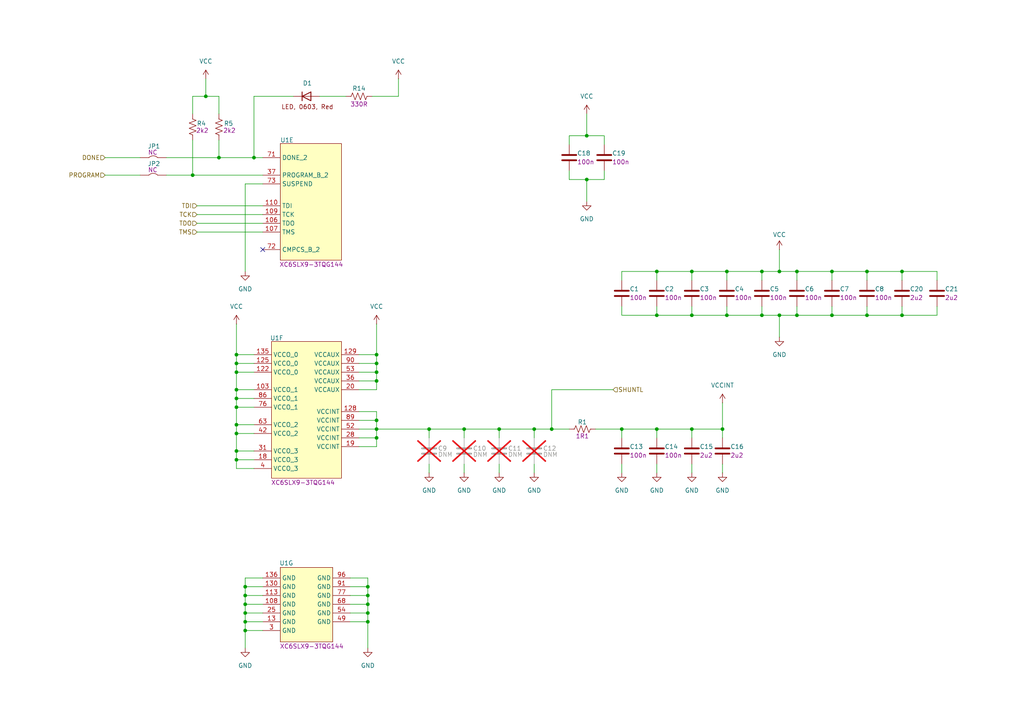
<source format=kicad_sch>
(kicad_sch (version 20231120) (generator "eeschema") (generator_version "8.0")
  (paper "A4")
  (junction (at 106.68 175.26))
  (junction (at 106.68 170.18))
  (junction (at 200.66 78.74))
  (junction (at 109.22 107.95))
  (junction (at 180.34 124.46))
  (junction (at 210.82 78.74))
  (junction (at 109.22 124.46))
  (junction (at 160.02 124.46))
  (junction (at 226.06 91.44))
  (junction (at 68.58 105.41))
  (junction (at 68.58 107.95))
  (junction (at 109.22 127))
  (junction (at 109.22 105.41))
  (junction (at 261.62 91.44))
  (junction (at 210.82 91.44))
  (junction (at 200.66 124.46))
  (junction (at 251.46 78.74))
  (junction (at 190.5 124.46))
  (junction (at 220.98 78.74))
  (junction (at 241.3 91.44))
  (junction (at 68.58 133.35))
  (junction (at 55.88 50.8))
  (junction (at 134.62 124.46))
  (junction (at 71.12 172.72))
  (junction (at 68.58 113.03))
  (junction (at 109.22 121.92))
  (junction (at 231.14 91.44))
  (junction (at 109.22 110.49))
  (junction (at 220.98 91.44))
  (junction (at 109.22 102.87))
  (junction (at 209.55 124.46))
  (junction (at 190.5 91.44))
  (junction (at 68.58 118.11))
  (junction (at 106.68 180.34))
  (junction (at 68.58 123.19))
  (junction (at 71.12 180.34))
  (junction (at 68.58 115.57))
  (junction (at 68.58 102.87))
  (junction (at 73.66 45.72))
  (junction (at 226.06 78.74))
  (junction (at 261.62 78.74))
  (junction (at 170.18 52.07))
  (junction (at 154.94 124.46))
  (junction (at 68.58 130.81))
  (junction (at 241.3 78.74))
  (junction (at 68.58 125.73))
  (junction (at 71.12 177.8))
  (junction (at 144.78 124.46))
  (junction (at 200.66 91.44))
  (junction (at 106.68 177.8))
  (junction (at 124.46 124.46))
  (junction (at 106.68 172.72))
  (junction (at 190.5 78.74))
  (junction (at 251.46 91.44))
  (junction (at 231.14 78.74))
  (junction (at 71.12 175.26))
  (junction (at 63.5 45.72))
  (junction (at 59.69 27.94))
  (junction (at 71.12 170.18))
  (junction (at 170.18 39.37))
  (junction (at 71.12 182.88))
  (no_connect (at 76.2 72.39))
  (wire (pts (xy 165.1 49.53) (xy 165.1 52.07)))
  (wire (pts (xy 55.88 40.64) (xy 55.88 50.8)))
  (wire (pts (xy 175.26 39.37) (xy 175.26 41.91)))
  (wire (pts (xy 101.6 172.72) (xy 106.68 172.72)))
  (wire (pts (xy 210.82 78.74) (xy 220.98 78.74)))
  (wire (pts (xy 68.58 118.11) (xy 68.58 123.19)))
  (wire (pts (xy 68.58 113.03) (xy 73.66 113.03)))
  (wire (pts (xy 92.71 27.94) (xy 100.33 27.94)))
  (wire (pts (xy 63.5 40.64) (xy 63.5 45.72)))
  (wire (pts (xy 71.12 180.34) (xy 76.2 180.34)))
  (wire (pts (xy 104.14 119.38) (xy 109.22 119.38)))
  (wire (pts (xy 109.22 124.46) (xy 109.22 127)))
  (wire (pts (xy 68.58 105.41) (xy 68.58 107.95)))
  (wire (pts (xy 251.46 78.74) (xy 261.62 78.74)))
  (wire (pts (xy 106.68 172.72) (xy 106.68 175.26)))
  (wire (pts (xy 68.58 130.81) (xy 73.66 130.81)))
  (wire (pts (xy 104.14 102.87) (xy 109.22 102.87)))
  (wire (pts (xy 71.12 172.72) (xy 76.2 172.72)))
  (wire (pts (xy 30.48 50.8) (xy 40.64 50.8)))
  (wire (pts (xy 200.66 124.46) (xy 209.55 124.46)))
  (wire (pts (xy 68.58 115.57) (xy 73.66 115.57)))
  (wire (pts (xy 57.15 62.23) (xy 76.2 62.23)))
  (wire (pts (xy 106.68 175.26) (xy 106.68 177.8)))
  (wire (pts (xy 241.3 91.44) (xy 251.46 91.44)))
  (wire (pts (xy 160.02 124.46) (xy 165.1 124.46)))
  (wire (pts (xy 231.14 78.74) (xy 231.14 81.28)))
  (wire (pts (xy 106.68 170.18) (xy 106.68 172.72)))
  (wire (pts (xy 109.22 119.38) (xy 109.22 121.92)))
  (wire (pts (xy 180.34 137.16) (xy 180.34 134.62)))
  (wire (pts (xy 226.06 78.74) (xy 231.14 78.74)))
  (wire (pts (xy 180.34 88.9) (xy 180.34 91.44)))
  (wire (pts (xy 68.58 105.41) (xy 73.66 105.41)))
  (wire (pts (xy 190.5 127) (xy 190.5 124.46)))
  (wire (pts (xy 104.14 113.03) (xy 109.22 113.03)))
  (wire (pts (xy 57.15 67.31) (xy 76.2 67.31)))
  (wire (pts (xy 134.62 134.62) (xy 134.62 137.16)))
  (wire (pts (xy 71.12 167.64) (xy 76.2 167.64)))
  (wire (pts (xy 175.26 49.53) (xy 175.26 52.07)))
  (wire (pts (xy 68.58 130.81) (xy 68.58 133.35)))
  (wire (pts (xy 71.12 170.18) (xy 76.2 170.18)))
  (wire (pts (xy 200.66 127) (xy 200.66 124.46)))
  (wire (pts (xy 68.58 133.35) (xy 73.66 133.35)))
  (wire (pts (xy 124.46 127) (xy 124.46 124.46)))
  (wire (pts (xy 226.06 72.39) (xy 226.06 78.74)))
  (wire (pts (xy 172.72 124.46) (xy 180.34 124.46)))
  (wire (pts (xy 200.66 78.74) (xy 200.66 81.28)))
  (wire (pts (xy 200.66 137.16) (xy 200.66 134.62)))
  (wire (pts (xy 109.22 121.92) (xy 109.22 124.46)))
  (wire (pts (xy 231.14 78.74) (xy 241.3 78.74)))
  (wire (pts (xy 109.22 93.98) (xy 109.22 102.87)))
  (wire (pts (xy 106.68 180.34) (xy 106.68 187.96)))
  (wire (pts (xy 220.98 78.74) (xy 220.98 81.28)))
  (wire (pts (xy 63.5 27.94) (xy 63.5 33.02)))
  (wire (pts (xy 101.6 177.8) (xy 106.68 177.8)))
  (wire (pts (xy 180.34 124.46) (xy 190.5 124.46)))
  (wire (pts (xy 241.3 78.74) (xy 251.46 78.74)))
  (wire (pts (xy 190.5 78.74) (xy 200.66 78.74)))
  (wire (pts (xy 30.48 45.72) (xy 40.64 45.72)))
  (wire (pts (xy 251.46 88.9) (xy 251.46 91.44)))
  (wire (pts (xy 241.3 78.74) (xy 241.3 81.28)))
  (wire (pts (xy 170.18 52.07) (xy 170.18 58.42)))
  (wire (pts (xy 154.94 127) (xy 154.94 124.46)))
  (wire (pts (xy 170.18 52.07) (xy 175.26 52.07)))
  (wire (pts (xy 190.5 88.9) (xy 190.5 91.44)))
  (wire (pts (xy 190.5 124.46) (xy 200.66 124.46)))
  (wire (pts (xy 190.5 137.16) (xy 190.5 134.62)))
  (wire (pts (xy 68.58 135.89) (xy 73.66 135.89)))
  (wire (pts (xy 209.55 116.84) (xy 209.55 124.46)))
  (wire (pts (xy 101.6 175.26) (xy 106.68 175.26)))
  (wire (pts (xy 104.14 124.46) (xy 109.22 124.46)))
  (wire (pts (xy 109.22 124.46) (xy 124.46 124.46)))
  (wire (pts (xy 71.12 180.34) (xy 71.12 182.88)))
  (wire (pts (xy 160.02 113.03) (xy 160.02 124.46)))
  (wire (pts (xy 101.6 180.34) (xy 106.68 180.34)))
  (wire (pts (xy 180.34 78.74) (xy 190.5 78.74)))
  (wire (pts (xy 190.5 91.44) (xy 200.66 91.44)))
  (wire (pts (xy 48.26 50.8) (xy 55.88 50.8)))
  (wire (pts (xy 271.78 78.74) (xy 271.78 81.28)))
  (wire (pts (xy 210.82 91.44) (xy 220.98 91.44)))
  (wire (pts (xy 71.12 175.26) (xy 71.12 177.8)))
  (wire (pts (xy 109.22 105.41) (xy 109.22 107.95)))
  (wire (pts (xy 231.14 88.9) (xy 231.14 91.44)))
  (wire (pts (xy 73.66 45.72) (xy 76.2 45.72)))
  (wire (pts (xy 261.62 88.9) (xy 261.62 91.44)))
  (wire (pts (xy 209.55 137.16) (xy 209.55 134.62)))
  (wire (pts (xy 226.06 91.44) (xy 231.14 91.44)))
  (wire (pts (xy 170.18 33.02) (xy 170.18 39.37)))
  (wire (pts (xy 68.58 123.19) (xy 68.58 125.73)))
  (wire (pts (xy 68.58 123.19) (xy 73.66 123.19)))
  (wire (pts (xy 200.66 78.74) (xy 210.82 78.74)))
  (wire (pts (xy 71.12 175.26) (xy 76.2 175.26)))
  (wire (pts (xy 55.88 50.8) (xy 76.2 50.8)))
  (wire (pts (xy 210.82 88.9) (xy 210.82 91.44)))
  (wire (pts (xy 231.14 91.44) (xy 241.3 91.44)))
  (wire (pts (xy 251.46 78.74) (xy 251.46 81.28)))
  (wire (pts (xy 154.94 134.62) (xy 154.94 137.16)))
  (wire (pts (xy 220.98 78.74) (xy 226.06 78.74)))
  (wire (pts (xy 134.62 127) (xy 134.62 124.46)))
  (wire (pts (xy 109.22 110.49) (xy 109.22 113.03)))
  (wire (pts (xy 104.14 105.41) (xy 109.22 105.41)))
  (wire (pts (xy 180.34 78.74) (xy 180.34 81.28)))
  (wire (pts (xy 251.46 91.44) (xy 261.62 91.44)))
  (wire (pts (xy 226.06 91.44) (xy 226.06 97.79)))
  (wire (pts (xy 68.58 125.73) (xy 73.66 125.73)))
  (wire (pts (xy 71.12 170.18) (xy 71.12 172.72)))
  (wire (pts (xy 68.58 133.35) (xy 68.58 135.89)))
  (wire (pts (xy 107.95 27.94) (xy 115.57 27.94)))
  (wire (pts (xy 101.6 170.18) (xy 106.68 170.18)))
  (wire (pts (xy 104.14 110.49) (xy 109.22 110.49)))
  (wire (pts (xy 109.22 107.95) (xy 109.22 110.49)))
  (wire (pts (xy 180.34 91.44) (xy 190.5 91.44)))
  (wire (pts (xy 109.22 127) (xy 109.22 129.54)))
  (wire (pts (xy 241.3 88.9) (xy 241.3 91.44)))
  (wire (pts (xy 220.98 88.9) (xy 220.98 91.44)))
  (wire (pts (xy 220.98 91.44) (xy 226.06 91.44)))
  (wire (pts (xy 71.12 53.34) (xy 71.12 78.74)))
  (wire (pts (xy 134.62 124.46) (xy 144.78 124.46)))
  (wire (pts (xy 165.1 39.37) (xy 165.1 41.91)))
  (wire (pts (xy 200.66 88.9) (xy 200.66 91.44)))
  (wire (pts (xy 71.12 177.8) (xy 71.12 180.34)))
  (wire (pts (xy 190.5 78.74) (xy 190.5 81.28)))
  (wire (pts (xy 71.12 177.8) (xy 76.2 177.8)))
  (wire (pts (xy 68.58 113.03) (xy 68.58 115.57)))
  (wire (pts (xy 124.46 134.62) (xy 124.46 137.16)))
  (wire (pts (xy 63.5 45.72) (xy 73.66 45.72)))
  (wire (pts (xy 104.14 129.54) (xy 109.22 129.54)))
  (wire (pts (xy 124.46 124.46) (xy 134.62 124.46)))
  (wire (pts (xy 68.58 102.87) (xy 68.58 105.41)))
  (wire (pts (xy 73.66 45.72) (xy 73.66 27.94)))
  (wire (pts (xy 261.62 78.74) (xy 271.78 78.74)))
  (wire (pts (xy 48.26 45.72) (xy 63.5 45.72)))
  (wire (pts (xy 68.58 107.95) (xy 68.58 113.03)))
  (wire (pts (xy 261.62 78.74) (xy 261.62 81.28)))
  (wire (pts (xy 68.58 125.73) (xy 68.58 130.81)))
  (wire (pts (xy 104.14 127) (xy 109.22 127)))
  (wire (pts (xy 104.14 121.92) (xy 109.22 121.92)))
  (wire (pts (xy 210.82 78.74) (xy 210.82 81.28)))
  (wire (pts (xy 144.78 134.62) (xy 144.78 137.16)))
  (wire (pts (xy 261.62 91.44) (xy 271.78 91.44)))
  (wire (pts (xy 76.2 53.34) (xy 71.12 53.34)))
  (wire (pts (xy 160.02 113.03) (xy 177.8 113.03)))
  (wire (pts (xy 144.78 127) (xy 144.78 124.46)))
  (wire (pts (xy 109.22 102.87) (xy 109.22 105.41)))
  (wire (pts (xy 68.58 118.11) (xy 73.66 118.11)))
  (wire (pts (xy 115.57 22.86) (xy 115.57 27.94)))
  (wire (pts (xy 154.94 124.46) (xy 160.02 124.46)))
  (wire (pts (xy 68.58 93.98) (xy 68.58 102.87)))
  (wire (pts (xy 165.1 52.07) (xy 170.18 52.07)))
  (wire (pts (xy 71.12 167.64) (xy 71.12 170.18)))
  (wire (pts (xy 104.14 107.95) (xy 109.22 107.95)))
  (wire (pts (xy 106.68 167.64) (xy 106.68 170.18)))
  (wire (pts (xy 271.78 88.9) (xy 271.78 91.44)))
  (wire (pts (xy 57.15 64.77) (xy 76.2 64.77)))
  (wire (pts (xy 71.12 182.88) (xy 71.12 187.96)))
  (wire (pts (xy 55.88 33.02) (xy 55.88 27.94)))
  (wire (pts (xy 73.66 27.94) (xy 85.09 27.94)))
  (wire (pts (xy 68.58 115.57) (xy 68.58 118.11)))
  (wire (pts (xy 68.58 102.87) (xy 73.66 102.87)))
  (wire (pts (xy 71.12 182.88) (xy 76.2 182.88)))
  (wire (pts (xy 170.18 39.37) (xy 175.26 39.37)))
  (wire (pts (xy 209.55 127) (xy 209.55 124.46)))
  (wire (pts (xy 59.69 22.86) (xy 59.69 27.94)))
  (wire (pts (xy 180.34 127) (xy 180.34 124.46)))
  (wire (pts (xy 101.6 167.64) (xy 106.68 167.64)))
  (wire (pts (xy 59.69 27.94) (xy 63.5 27.94)))
  (wire (pts (xy 144.78 124.46) (xy 154.94 124.46)))
  (wire (pts (xy 200.66 91.44) (xy 210.82 91.44)))
  (wire (pts (xy 57.15 59.69) (xy 76.2 59.69)))
  (wire (pts (xy 68.58 107.95) (xy 73.66 107.95)))
  (wire (pts (xy 71.12 172.72) (xy 71.12 175.26)))
  (wire (pts (xy 165.1 39.37) (xy 170.18 39.37)))
  (wire (pts (xy 106.68 177.8) (xy 106.68 180.34)))
  (wire (pts (xy 55.88 27.94) (xy 59.69 27.94)))
  (hierarchical_label "SHUNTL" (shape input) (at 177.8 113.03 0))
  (hierarchical_label "TDO" (shape input) (at 57.15 64.77 180))
  (hierarchical_label "TCK" (shape input) (at 57.15 62.23 180))
  (hierarchical_label "DONE" (shape input) (at 30.48 45.72 180))
  (hierarchical_label "TMS" (shape input) (at 57.15 67.31 180))
  (hierarchical_label "TDI" (shape input) (at 57.15 59.69 180))
  (hierarchical_label "PROGRAM" (shape input) (at 30.48 50.8 180))
  (symbol (lib_id "nae_caps:CAP_100n_6.3V_0603") (at 220.98 85.09 270) (unit 1)
    (property "Reference" "C5" (at 223.266 83.82 90) (effects (justify left)))
    (property "Value" "CAP_100n_6.3V_0603" (effects (hide yes)))
    (property "Footprint" "Capacitor_SMD:C_0603_1608Metric" (effects (hide yes)))
    (property "Datasheet" "https://www.yageo.com/upload/media/product/productsearch/datasheet/mlcc/UPY-GPHC_X7R_6.3V-to-250V_24.pdf" (effects (hide yes)))
    (property "Description" "CAP CER 0.1UF 6.3V X7R 0603" (effects (hide yes)))
    (property "Display Value" "100n" (at 223.266 86.36 90) (effects (justify left)))
    (property "Manufacturer" "YAGEO" (effects (hide yes)))
    (property "Manufacturer Part Number" "CC0603KRX7R5BB104" (effects (hide yes)))
    (property "Supplier 1" "DigiKey" (effects (hide yes)))
    (property "Supplier 1 Part Number" "13-CC0603KRX7R5BB104CT-ND" (effects (hide yes)))
    (property "Supplier 2" "no_data" (effects (hide yes)))
    (property "Supplier 2 Part Number" "no_data" (effects (hide yes)))
  )
  (symbol (lib_id "Integrated_Circuits:XC6SLX9-3TQG144") (at 81.28 45.72 0) (unit 5)
    (property "Reference" "U1" (at 81.28 40.64 0) (effects (justify left)))
    (property "Value" "XC6SLX9-3TQG144" (effects (hide yes)))
    (property "Footprint" "Package_QFP:TQFP-144_20x20mm_P0.5mm" (effects (hide yes)))
    (property "Datasheet" "https://docs.amd.com/v/u/en-US/ds162" (effects (hide yes)))
    (property "Description" "IC FPGA 102 I/O 144TQFP" (effects (hide yes)))
    (property "Display Value" "XC6SLX9-3TQG144" (at 81.026 76.708 0) (effects (justify left)))
    (property "Manufacturer" "AMD" (effects (hide yes)))
    (property "Manufacturer Part Number" "XC6SLX9-3TQG144CXC6SLX9-3TQG144C" (effects (hide yes)))
    (property "Supplier 1" "DigiKey" (effects (hide yes)))
    (property "Supplier 1 Part Number" "122-1747-ND" (effects (hide yes)))
  )
  (symbol (lib_id "power:GND") (at 106.68 187.96 0) (unit 1)
    (property "Reference" "#PWR013" (effects (hide yes)))
    (property "Value" "GND" (at 106.68 193.04 0))
    (property "Description" "Power symbol creates a global label with name \"GND\" , ground" (effects (hide yes)))
  )
  (symbol (lib_id "0603_Yageo_Res:RES_2k2_0603") (at 55.88 36.83 90) (unit 1)
    (property "Reference" "R4" (at 58.42 35.814 90))
    (property "Value" "RES_2k2_0603" (effects (hide yes)))
    (property "Footprint" "Resistor_SMD:R_0603_1608Metric" (effects (hide yes)))
    (property "Datasheet" "https://www.yageo.com/upload/media/product/products/datasheet/rchip/PYu-RC_Group_51_RoHS_L_12.pdf" (effects (hide yes)))
    (property "Description" "RES 2.2K OHM 1% 1/10W 0603" (effects (hide yes)))
    (property "Display Value" "2k2" (at 58.674 37.846 90))
    (property "Manufacturer" "YAGEO" (effects (hide yes)))
    (property "Manufacturer Part Number" "RC0603FR-072K2L" (effects (hide yes)))
    (property "Supplier 1" "DigiKey" (effects (hide yes)))
    (property "Supplier 1 Part Number" "311-2.20KHRCT-ND" (effects (hide yes)))
    (property "Supplier 2" "no_data" (effects (hide yes)))
    (property "Supplier 2 Part Number" "no_data" (effects (hide yes)))
  )
  (symbol (lib_id "nae_caps:CAP_2u2_6.3V_0603") (at 261.62 85.09 270) (unit 1)
    (property "Reference" "C20" (at 263.906 83.82 90) (effects (justify left)))
    (property "Value" "CAP_2u2_6.3V_0603" (effects (hide yes)))
    (property "Footprint" "Capacitor_SMD:C_0603_1608Metric" (effects (hide yes)))
    (property "Datasheet" "https://www.yageo.com/upload/media/product/productsearch/datasheet/mlcc/UPY-GPHC_X7R_6.3V-to-250V_24.pdf" (effects (hide yes)))
    (property "Description" "CAP CER 2.2UF 6.3V X7R 0603" (effects (hide yes)))
    (property "Display Value" "2u2" (at 263.906 86.36 90) (effects (justify left)))
    (property "Manufacturer" "YAGEO" (effects (hide yes)))
    (property "Manufacturer Part Number" "CC0603KRX7R5BB225" (effects (hide yes)))
    (property "Supplier 1" "DigiKey" (effects (hide yes)))
    (property "Supplier 1 Part Number" "311-1795-1-ND" (effects (hide yes)))
    (property "Supplier 2" "no_data" (effects (hide yes)))
    (property "Supplier 2 Part Number" "no_data" (effects (hide yes)))
  )
  (symbol (lib_id "nae_caps:CAP_DNM_0603") (at 144.78 130.81 90) (unit 1) (dnp yes)
    (property "Reference" "C11" (at 147.32 130.048 90) (effects (justify right)))
    (property "Value" "DNM_CAP_0603" (effects (hide yes)))
    (property "Footprint" "Capacitor_SMD:C_0603_1608Metric" (effects (hide yes)))
    (property "Datasheet" "https://content.kemet.com/datasheets/KEM_C1006_X5R_SMD.pdf" (effects (hide yes)))
    (property "Description" "Non mounted 0603_1608 ceramic capacitor" (effects (hide yes)))
    (property "Display Value" "DNM" (at 147.32 131.826 90) (effects (justify right)))
    (property "Manufacturer" "KEMET" (effects (hide yes)))
    (property "Manufacturer Part Number" "C0603C225K4PAC7867" (effects (hide yes)))
    (property "Supplier 1" "DigiKey" (effects (hide yes)))
    (property "Supplier 1 Part Number" "399-C0603C225K4PAC7867CT-ND" (effects (hide yes)))
  )
  (symbol (lib_id "nae_caps:CAP_100n_6.3V_0603") (at 200.66 85.09 270) (unit 1)
    (property "Reference" "C3" (at 202.946 83.82 90) (effects (justify left)))
    (property "Value" "CAP_100n_6.3V_0603" (effects (hide yes)))
    (property "Footprint" "Capacitor_SMD:C_0603_1608Metric" (effects (hide yes)))
    (property "Datasheet" "https://www.yageo.com/upload/media/product/productsearch/datasheet/mlcc/UPY-GPHC_X7R_6.3V-to-250V_24.pdf" (effects (hide yes)))
    (property "Description" "CAP CER 0.1UF 6.3V X7R 0603" (effects (hide yes)))
    (property "Display Value" "100n" (at 202.946 86.36 90) (effects (justify left)))
    (property "Manufacturer" "YAGEO" (effects (hide yes)))
    (property "Manufacturer Part Number" "CC0603KRX7R5BB104" (effects (hide yes)))
    (property "Supplier 1" "DigiKey" (effects (hide yes)))
    (property "Supplier 1 Part Number" "13-CC0603KRX7R5BB104CT-ND" (effects (hide yes)))
    (property "Supplier 2" "no_data" (effects (hide yes)))
    (property "Supplier 2 Part Number" "no_data" (effects (hide yes)))
  )
  (symbol (lib_id "nae_caps:CAP_100n_6.3V_0603") (at 190.5 85.09 270) (unit 1)
    (property "Reference" "C2" (at 192.786 83.82 90) (effects (justify left)))
    (property "Value" "CAP_100n_6.3V_0603" (effects (hide yes)))
    (property "Footprint" "Capacitor_SMD:C_0603_1608Metric" (effects (hide yes)))
    (property "Datasheet" "https://www.yageo.com/upload/media/product/productsearch/datasheet/mlcc/UPY-GPHC_X7R_6.3V-to-250V_24.pdf" (effects (hide yes)))
    (property "Description" "CAP CER 0.1UF 6.3V X7R 0603" (effects (hide yes)))
    (property "Display Value" "100n" (at 192.786 86.36 90) (effects (justify left)))
    (property "Manufacturer" "YAGEO" (effects (hide yes)))
    (property "Manufacturer Part Number" "CC0603KRX7R5BB104" (effects (hide yes)))
    (property "Supplier 1" "DigiKey" (effects (hide yes)))
    (property "Supplier 1 Part Number" "13-CC0603KRX7R5BB104CT-ND" (effects (hide yes)))
    (property "Supplier 2" "no_data" (effects (hide yes)))
    (property "Supplier 2 Part Number" "no_data" (effects (hide yes)))
  )
  (symbol (lib_id "Integrated_Circuits:XC6SLX9-3TQG144") (at 88.9 167.64 0) (unit 7)
    (property "Reference" "U1" (at 83.058 163.322 0))
    (property "Value" "XC6SLX9-3TQG144" (effects (hide yes)))
    (property "Footprint" "Package_QFP:TQFP-144_20x20mm_P0.5mm" (effects (hide yes)))
    (property "Datasheet" "https://docs.amd.com/v/u/en-US/ds162" (effects (hide yes)))
    (property "Description" "IC FPGA 102 I/O 144TQFP" (effects (hide yes)))
    (property "Display Value" "XC6SLX9-3TQG144" (at 90.424 187.452 0))
    (property "Manufacturer" "AMD" (effects (hide yes)))
    (property "Manufacturer Part Number" "XC6SLX9-3TQG144CXC6SLX9-3TQG144C" (effects (hide yes)))
    (property "Supplier 1" "DigiKey" (effects (hide yes)))
    (property "Supplier 1 Part Number" "122-1747-ND" (effects (hide yes)))
  )
  (symbol (lib_id "NAE_Diodes:APT1608SRCPRV_Red") (at 88.9 27.94 0) (unit 1)
    (property "Reference" "D1" (at 89.154 24.13 0))
    (property "Value" "APT1608SRCPRV" (effects (hide yes)))
    (property "Footprint" "LED_SMD:LED_0603_1608Metric" (effects (hide yes)))
    (property "Datasheet" "https://www.kingbrightusa.com/images/catalog/SPEC/APT1608SRCPRV.pdf" (effects (hide yes)))
    (property "Description" "LED RED CLEAR CHIP SMD" (effects (hide yes)))
    (property "Display Value" "APT1608SRCPRV" (effects (hide yes)))
    (property "Manufacturer" "Kingbright" (effects (hide yes)))
    (property "Manufacturer Part Number" "APT1608SRCPRV" (effects (hide yes)))
    (property "Supplier 1" "DigiKey" (effects (hide yes)))
    (property "Supplier 1 Part Number" "754-1122-1-ND" (effects (hide yes)))
  )
  (symbol (lib_id "power:GND") (at 124.46 137.16 0) (unit 1)
    (property "Reference" "#PWR015" (effects (hide yes)))
    (property "Value" "GND" (at 124.46 142.24 0))
    (property "Description" "Power symbol creates a global label with name \"GND\" , ground" (effects (hide yes)))
  )
  (symbol (lib_id "power:VCC") (at 209.55 116.84 0) (unit 1)
    (property "Reference" "#PWR014" (effects (hide yes)))
    (property "Value" "VCCINT" (at 209.55 111.76 0))
    (property "Description" "Power symbol creates a global label with name \"VCC\"" (effects (hide yes)))
  )
  (symbol (lib_id "power:GND") (at 144.78 137.16 0) (unit 1)
    (property "Reference" "#PWR017" (effects (hide yes)))
    (property "Value" "GND" (at 144.78 142.24 0))
    (property "Description" "Power symbol creates a global label with name \"GND\" , ground" (effects (hide yes)))
  )
  (symbol (lib_id "power:GND") (at 200.66 137.16 0) (unit 1)
    (property "Reference" "#PWR021" (effects (hide yes)))
    (property "Value" "GND" (at 200.66 142.24 0))
    (property "Description" "Power symbol creates a global label with name \"GND\" , ground" (effects (hide yes)))
  )
  (symbol (lib_id "power:GND") (at 71.12 187.96 0) (unit 1)
    (property "Reference" "#PWR012" (effects (hide yes)))
    (property "Value" "GND" (at 71.12 193.04 0))
    (property "Description" "Power symbol creates a global label with name \"GND\" , ground" (effects (hide yes)))
  )
  (symbol (lib_id "power:GND") (at 209.55 137.16 0) (unit 1)
    (property "Reference" "#PWR022" (effects (hide yes)))
    (property "Value" "GND" (at 209.55 142.24 0))
    (property "Description" "Power symbol creates a global label with name \"GND\" , ground" (effects (hide yes)))
  )
  (symbol (lib_id "power:GND") (at 154.94 137.16 0) (unit 1)
    (property "Reference" "#PWR018" (effects (hide yes)))
    (property "Value" "GND" (at 154.94 142.24 0))
    (property "Description" "Power symbol creates a global label with name \"GND\" , ground" (effects (hide yes)))
  )
  (symbol (lib_id "Integrated_Circuits:XC6SLX9-3TQG144") (at 88.9 102.87 0) (unit 6)
    (property "Reference" "U1" (at 80.264 98.044 0))
    (property "Value" "XC6SLX9-3TQG144" (effects (hide yes)))
    (property "Footprint" "Package_QFP:TQFP-144_20x20mm_P0.5mm" (effects (hide yes)))
    (property "Datasheet" "https://docs.amd.com/v/u/en-US/ds162" (effects (hide yes)))
    (property "Description" "IC FPGA 102 I/O 144TQFP" (effects (hide yes)))
    (property "Display Value" "XC6SLX9-3TQG144" (at 87.884 139.954 0))
    (property "Manufacturer" "AMD" (effects (hide yes)))
    (property "Manufacturer Part Number" "XC6SLX9-3TQG144CXC6SLX9-3TQG144C" (effects (hide yes)))
    (property "Supplier 1" "DigiKey" (effects (hide yes)))
    (property "Supplier 1 Part Number" "122-1747-ND" (effects (hide yes)))
  )
  (symbol (lib_id "nae_caps:CAP_2u2_6.3V_0603") (at 271.78 85.09 270) (unit 1)
    (property "Reference" "C21" (at 274.066 83.82 90) (effects (justify left)))
    (property "Value" "CAP_2u2_6.3V_0603" (effects (hide yes)))
    (property "Footprint" "Capacitor_SMD:C_0603_1608Metric" (effects (hide yes)))
    (property "Datasheet" "https://www.yageo.com/upload/media/product/productsearch/datasheet/mlcc/UPY-GPHC_X7R_6.3V-to-250V_24.pdf" (effects (hide yes)))
    (property "Description" "CAP CER 2.2UF 6.3V X7R 0603" (effects (hide yes)))
    (property "Display Value" "2u2" (at 274.066 86.36 90) (effects (justify left)))
    (property "Manufacturer" "YAGEO" (effects (hide yes)))
    (property "Manufacturer Part Number" "CC0603KRX7R5BB225" (effects (hide yes)))
    (property "Supplier 1" "DigiKey" (effects (hide yes)))
    (property "Supplier 1 Part Number" "311-1795-1-ND" (effects (hide yes)))
    (property "Supplier 2" "no_data" (effects (hide yes)))
    (property "Supplier 2 Part Number" "no_data" (effects (hide yes)))
  )
  (symbol (lib_id "nae_caps:CAP_100n_6.3V_0603") (at 180.34 85.09 270) (unit 1)
    (property "Reference" "C1" (at 182.626 83.82 90) (effects (justify left)))
    (property "Value" "CAP_100n_6.3V_0603" (effects (hide yes)))
    (property "Footprint" "Capacitor_SMD:C_0603_1608Metric" (effects (hide yes)))
    (property "Datasheet" "https://www.yageo.com/upload/media/product/productsearch/datasheet/mlcc/UPY-GPHC_X7R_6.3V-to-250V_24.pdf" (effects (hide yes)))
    (property "Description" "CAP CER 0.1UF 6.3V X7R 0603" (effects (hide yes)))
    (property "Display Value" "100n" (at 182.626 86.36 90) (effects (justify left)))
    (property "Manufacturer" "YAGEO" (effects (hide yes)))
    (property "Manufacturer Part Number" "CC0603KRX7R5BB104" (effects (hide yes)))
    (property "Supplier 1" "DigiKey" (effects (hide yes)))
    (property "Supplier 1 Part Number" "13-CC0603KRX7R5BB104CT-ND" (effects (hide yes)))
    (property "Supplier 2" "no_data" (effects (hide yes)))
    (property "Supplier 2 Part Number" "no_data" (effects (hide yes)))
  )
  (symbol (lib_id "power:VCC") (at 170.18 33.02 0) (unit 1)
    (property "Reference" "#PWR025" (effects (hide yes)))
    (property "Value" "VCC" (at 170.18 27.94 0))
    (property "Description" "Power symbol creates a global label with name \"VCC\"" (effects (hide yes)))
  )
  (symbol (lib_id "power:GND") (at 134.62 137.16 0) (unit 1)
    (property "Reference" "#PWR016" (effects (hide yes)))
    (property "Value" "GND" (at 134.62 142.24 0))
    (property "Description" "Power symbol creates a global label with name \"GND\" , ground" (effects (hide yes)))
  )
  (symbol (lib_id "power:VCC") (at 115.57 22.86 0) (unit 1)
    (property "Reference" "#PWR09" (effects (hide yes)))
    (property "Value" "VCC" (at 115.57 17.78 0))
    (property "Description" "Power symbol creates a global label with name \"VCC\"" (effects (hide yes)))
  )
  (symbol (lib_id "power:GND") (at 180.34 137.16 0) (unit 1)
    (property "Reference" "#PWR019" (effects (hide yes)))
    (property "Value" "GND" (at 180.34 142.24 0))
    (property "Description" "Power symbol creates a global label with name \"GND\" , ground" (effects (hide yes)))
  )
  (symbol (lib_id "nae_caps:CAP_100n_6.3V_0603") (at 180.34 130.81 270) (unit 1)
    (property "Reference" "C13" (at 182.626 129.54 90) (effects (justify left)))
    (property "Value" "CAP_100n_6.3V_0603" (effects (hide yes)))
    (property "Footprint" "Capacitor_SMD:C_0603_1608Metric" (effects (hide yes)))
    (property "Datasheet" "https://www.yageo.com/upload/media/product/productsearch/datasheet/mlcc/UPY-GPHC_X7R_6.3V-to-250V_24.pdf" (effects (hide yes)))
    (property "Description" "CAP CER 0.1UF 6.3V X7R 0603" (effects (hide yes)))
    (property "Display Value" "100n" (at 182.626 132.08 90) (effects (justify left)))
    (property "Manufacturer" "YAGEO" (effects (hide yes)))
    (property "Manufacturer Part Number" "CC0603KRX7R5BB104" (effects (hide yes)))
    (property "Supplier 1" "DigiKey" (effects (hide yes)))
    (property "Supplier 1 Part Number" "13-CC0603KRX7R5BB104CT-ND" (effects (hide yes)))
    (property "Supplier 2" "no_data" (effects (hide yes)))
    (property "Supplier 2 Part Number" "no_data" (effects (hide yes)))
  )
  (symbol (lib_id "tutorial_2_library:Solder_Jumper_2_NC") (at 44.45 50.8 90) (mirror x) (unit 1)
    (property "Reference" "JP2" (at 46.482 47.498 90) (effects (justify left)))
    (property "Footprint" "Jumper:SolderJumper-2_P1.3mm_Bridged2Bar_Pad1.0x1.5mm" (effects (hide yes)))
    (property "Display Value" "NC" (at 45.72 49.276 90) (effects (justify left)))
  )
  (symbol (lib_id "nae_caps:CAP_100n_6.3V_0603") (at 210.82 85.09 270) (unit 1)
    (property "Reference" "C4" (at 213.106 83.82 90) (effects (justify left)))
    (property "Value" "CAP_100n_6.3V_0603" (effects (hide yes)))
    (property "Footprint" "Capacitor_SMD:C_0603_1608Metric" (effects (hide yes)))
    (property "Datasheet" "https://www.yageo.com/upload/media/product/productsearch/datasheet/mlcc/UPY-GPHC_X7R_6.3V-to-250V_24.pdf" (effects (hide yes)))
    (property "Description" "CAP CER 0.1UF 6.3V X7R 0603" (effects (hide yes)))
    (property "Display Value" "100n" (at 213.106 86.36 90) (effects (justify left)))
    (property "Manufacturer" "YAGEO" (effects (hide yes)))
    (property "Manufacturer Part Number" "CC0603KRX7R5BB104" (effects (hide yes)))
    (property "Supplier 1" "DigiKey" (effects (hide yes)))
    (property "Supplier 1 Part Number" "13-CC0603KRX7R5BB104CT-ND" (effects (hide yes)))
    (property "Supplier 2" "no_data" (effects (hide yes)))
    (property "Supplier 2 Part Number" "no_data" (effects (hide yes)))
  )
  (symbol (lib_id "power:VCC") (at 226.06 72.39 0) (unit 1)
    (property "Reference" "#PWR024" (effects (hide yes)))
    (property "Value" "VCC" (at 226.06 68.072 0))
    (property "Description" "Power symbol creates a global label with name \"VCC\"" (effects (hide yes)))
  )
  (symbol (lib_id "0603_Yageo_Res:RES_330R_0603") (at 104.14 27.94 0) (unit 1)
    (property "Reference" "R14" (at 104.14 25.654 0))
    (property "Value" "RES_330R_0603" (effects (hide yes)))
    (property "Footprint" "Resistor_SMD:R_0603_1608Metric" (effects (hide yes)))
    (property "Datasheet" "https://www.yageo.com/upload/media/product/products/datasheet/rchip/PYu-RC_Group_51_RoHS_L_12.pdf" (effects (hide yes)))
    (property "Description" "RES 330 OHM 1% 1/10W 0603" (effects (hide yes)))
    (property "Display Value" "330R" (at 104.14 30.226 0))
    (property "Manufacturer" "YAGEO" (effects (hide yes)))
    (property "Manufacturer Part Number" "RC0603FR-07330RL" (effects (hide yes)))
    (property "Supplier 1" "DigiKey" (effects (hide yes)))
    (property "Supplier 1 Part Number" "311-330HRCT-ND" (effects (hide yes)))
    (property "Supplier 2" "no_data" (effects (hide yes)))
    (property "Supplier 2 Part Number" "no_data" (effects (hide yes)))
  )
  (symbol (lib_id "nae_caps:CAP_100n_6.3V_0603") (at 165.1 45.72 270) (unit 1)
    (property "Reference" "C18" (at 167.386 44.45 90) (effects (justify left)))
    (property "Value" "CAP_100n_6.3V_0603" (effects (hide yes)))
    (property "Footprint" "Capacitor_SMD:C_0603_1608Metric" (effects (hide yes)))
    (property "Datasheet" "https://www.yageo.com/upload/media/product/productsearch/datasheet/mlcc/UPY-GPHC_X7R_6.3V-to-250V_24.pdf" (effects (hide yes)))
    (property "Description" "CAP CER 0.1UF 6.3V X7R 0603" (effects (hide yes)))
    (property "Display Value" "100n" (at 167.386 46.99 90) (effects (justify left)))
    (property "Manufacturer" "YAGEO" (effects (hide yes)))
    (property "Manufacturer Part Number" "CC0603KRX7R5BB104" (effects (hide yes)))
    (property "Supplier 1" "DigiKey" (effects (hide yes)))
    (property "Supplier 1 Part Number" "13-CC0603KRX7R5BB104CT-ND" (effects (hide yes)))
    (property "Supplier 2" "no_data" (effects (hide yes)))
    (property "Supplier 2 Part Number" "no_data" (effects (hide yes)))
  )
  (symbol (lib_id "nae_caps:CAP_DNM_0603") (at 154.94 130.81 90) (unit 1) (dnp yes)
    (property "Reference" "C12" (at 157.48 130.048 90) (effects (justify right)))
    (property "Value" "DNM_CAP_0603" (effects (hide yes)))
    (property "Footprint" "Capacitor_SMD:C_0603_1608Metric" (effects (hide yes)))
    (property "Datasheet" "https://content.kemet.com/datasheets/KEM_C1006_X5R_SMD.pdf" (effects (hide yes)))
    (property "Description" "Non mounted 0603_1608 ceramic capacitor" (effects (hide yes)))
    (property "Display Value" "DNM" (at 157.48 131.826 90) (effects (justify right)))
    (property "Manufacturer" "KEMET" (effects (hide yes)))
    (property "Manufacturer Part Number" "C0603C225K4PAC7867" (effects (hide yes)))
    (property "Supplier 1" "DigiKey" (effects (hide yes)))
    (property "Supplier 1 Part Number" "399-C0603C225K4PAC7867CT-ND" (effects (hide yes)))
  )
  (symbol (lib_id "0603_Yageo_Res:RES_1R1_0603") (at 168.91 124.46 0) (unit 1)
    (property "Reference" "R1" (at 168.91 122.428 0))
    (property "Value" "RES_1R1_0603" (effects (hide yes)))
    (property "Footprint" "Resistor_SMD:R_0603_1608Metric" (effects (hide yes)))
    (property "Datasheet" "https://www.yageo.com/upload/media/product/products/datasheet/rchip/PYu-RC_Group_51_RoHS_L_12.pdf" (effects (hide yes)))
    (property "Description" "RES 1.1 OHM 1% 1/10W 0603" (effects (hide yes)))
    (property "Display Value" "1R1" (at 168.91 126.492 0))
    (property "Manufacturer" "YAGEO" (effects (hide yes)))
    (property "Manufacturer Part Number" "RC0603FR-101R1L" (effects (hide yes)))
    (property "Supplier 1" "DigiKey" (effects (hide yes)))
    (property "Supplier 1 Part Number" "13-RC0603FR-101R1LCT-ND" (effects (hide yes)))
    (property "Supplier 2" "no_data" (effects (hide yes)))
    (property "Supplier 2 Part Number" "no_data" (effects (hide yes)))
  )
  (symbol (lib_id "nae_caps:CAP_100n_6.3V_0603") (at 251.46 85.09 270) (unit 1)
    (property "Reference" "C8" (at 253.746 83.82 90) (effects (justify left)))
    (property "Value" "CAP_100n_6.3V_0603" (effects (hide yes)))
    (property "Footprint" "Capacitor_SMD:C_0603_1608Metric" (effects (hide yes)))
    (property "Datasheet" "https://www.yageo.com/upload/media/product/productsearch/datasheet/mlcc/UPY-GPHC_X7R_6.3V-to-250V_24.pdf" (effects (hide yes)))
    (property "Description" "CAP CER 0.1UF 6.3V X7R 0603" (effects (hide yes)))
    (property "Display Value" "100n" (at 253.746 86.36 90) (effects (justify left)))
    (property "Manufacturer" "YAGEO" (effects (hide yes)))
    (property "Manufacturer Part Number" "CC0603KRX7R5BB104" (effects (hide yes)))
    (property "Supplier 1" "DigiKey" (effects (hide yes)))
    (property "Supplier 1 Part Number" "13-CC0603KRX7R5BB104CT-ND" (effects (hide yes)))
    (property "Supplier 2" "no_data" (effects (hide yes)))
    (property "Supplier 2 Part Number" "no_data" (effects (hide yes)))
  )
  (symbol (lib_id "nae_caps:CAP_100n_6.3V_0603") (at 231.14 85.09 270) (unit 1)
    (property "Reference" "C6" (at 233.426 83.82 90) (effects (justify left)))
    (property "Value" "CAP_100n_6.3V_0603" (effects (hide yes)))
    (property "Footprint" "Capacitor_SMD:C_0603_1608Metric" (effects (hide yes)))
    (property "Datasheet" "https://www.yageo.com/upload/media/product/productsearch/datasheet/mlcc/UPY-GPHC_X7R_6.3V-to-250V_24.pdf" (effects (hide yes)))
    (property "Description" "CAP CER 0.1UF 6.3V X7R 0603" (effects (hide yes)))
    (property "Display Value" "100n" (at 233.426 86.36 90) (effects (justify left)))
    (property "Manufacturer" "YAGEO" (effects (hide yes)))
    (property "Manufacturer Part Number" "CC0603KRX7R5BB104" (effects (hide yes)))
    (property "Supplier 1" "DigiKey" (effects (hide yes)))
    (property "Supplier 1 Part Number" "13-CC0603KRX7R5BB104CT-ND" (effects (hide yes)))
    (property "Supplier 2" "no_data" (effects (hide yes)))
    (property "Supplier 2 Part Number" "no_data" (effects (hide yes)))
  )
  (symbol (lib_id "tutorial_2_library:Solder_Jumper_2_NC") (at 44.45 45.72 90) (mirror x) (unit 1)
    (property "Reference" "JP1" (at 46.482 42.418 90) (effects (justify left)))
    (property "Footprint" "Jumper:SolderJumper-2_P1.3mm_Bridged2Bar_Pad1.0x1.5mm" (effects (hide yes)))
    (property "Display Value" "NC" (at 45.7201 44.196 90) (effects (justify left)))
  )
  (symbol (lib_id "nae_caps:CAP_2u2_6.3V_0603") (at 209.55 130.81 270) (unit 1)
    (property "Reference" "C16" (at 211.836 129.54 90) (effects (justify left)))
    (property "Value" "CAP_2u2_6.3V_0603" (effects (hide yes)))
    (property "Footprint" "Capacitor_SMD:C_0603_1608Metric" (effects (hide yes)))
    (property "Datasheet" "https://www.yageo.com/upload/media/product/productsearch/datasheet/mlcc/UPY-GPHC_X7R_6.3V-to-250V_24.pdf" (effects (hide yes)))
    (property "Description" "CAP CER 2.2UF 6.3V X7R 0603" (effects (hide yes)))
    (property "Display Value" "2u2" (at 211.836 132.08 90) (effects (justify left)))
    (property "Manufacturer" "YAGEO" (effects (hide yes)))
    (property "Manufacturer Part Number" "CC0603KRX7R5BB225" (effects (hide yes)))
    (property "Supplier 1" "DigiKey" (effects (hide yes)))
    (property "Supplier 1 Part Number" "311-1795-1-ND" (effects (hide yes)))
    (property "Supplier 2" "no_data" (effects (hide yes)))
    (property "Supplier 2 Part Number" "no_data" (effects (hide yes)))
  )
  (symbol (lib_id "power:VCC") (at 59.69 22.86 0) (unit 1)
    (property "Reference" "#PWR08" (effects (hide yes)))
    (property "Value" "VCC" (at 59.69 17.78 0))
    (property "Description" "Power symbol creates a global label with name \"VCC\"" (effects (hide yes)))
  )
  (symbol (lib_id "nae_caps:CAP_100n_6.3V_0603") (at 175.26 45.72 270) (unit 1)
    (property "Reference" "C19" (at 177.546 44.45 90) (effects (justify left)))
    (property "Value" "CAP_100n_6.3V_0603" (effects (hide yes)))
    (property "Footprint" "Capacitor_SMD:C_0603_1608Metric" (effects (hide yes)))
    (property "Datasheet" "https://www.yageo.com/upload/media/product/productsearch/datasheet/mlcc/UPY-GPHC_X7R_6.3V-to-250V_24.pdf" (effects (hide yes)))
    (property "Description" "CAP CER 0.1UF 6.3V X7R 0603" (effects (hide yes)))
    (property "Display Value" "100n" (at 177.546 46.99 90) (effects (justify left)))
    (property "Manufacturer" "YAGEO" (effects (hide yes)))
    (property "Manufacturer Part Number" "CC0603KRX7R5BB104" (effects (hide yes)))
    (property "Supplier 1" "DigiKey" (effects (hide yes)))
    (property "Supplier 1 Part Number" "13-CC0603KRX7R5BB104CT-ND" (effects (hide yes)))
    (property "Supplier 2" "no_data" (effects (hide yes)))
    (property "Supplier 2 Part Number" "no_data" (effects (hide yes)))
  )
  (symbol (lib_id "power:GND") (at 71.12 78.74 0) (unit 1)
    (property "Reference" "#PWR07" (effects (hide yes)))
    (property "Value" "GND" (at 71.12 83.82 0))
    (property "Description" "Power symbol creates a global label with name \"GND\" , ground" (effects (hide yes)))
  )
  (symbol (lib_id "power:GND") (at 170.18 58.42 0) (unit 1)
    (property "Reference" "#PWR026" (effects (hide yes)))
    (property "Value" "GND" (at 170.18 63.5 0))
    (property "Description" "Power symbol creates a global label with name \"GND\" , ground" (effects (hide yes)))
  )
  (symbol (lib_id "power:VCC") (at 68.58 93.98 0) (unit 1)
    (property "Reference" "#PWR010" (effects (hide yes)))
    (property "Value" "VCC" (at 68.58 88.9 0))
    (property "Description" "Power symbol creates a global label with name \"VCC\"" (effects (hide yes)))
  )
  (symbol (lib_id "nae_caps:CAP_DNM_0603") (at 124.46 130.81 90) (unit 1) (dnp yes)
    (property "Reference" "C9" (at 127 130.048 90) (effects (justify right)))
    (property "Value" "DNM_CAP_0603" (effects (hide yes)))
    (property "Footprint" "Capacitor_SMD:C_0603_1608Metric" (effects (hide yes)))
    (property "Datasheet" "https://content.kemet.com/datasheets/KEM_C1006_X5R_SMD.pdf" (effects (hide yes)))
    (property "Description" "Non mounted 0603_1608 ceramic capacitor" (effects (hide yes)))
    (property "Display Value" "DNM" (at 127 131.826 90) (effects (justify right)))
    (property "Manufacturer" "KEMET" (effects (hide yes)))
    (property "Manufacturer Part Number" "C0603C225K4PAC7867" (effects (hide yes)))
    (property "Supplier 1" "DigiKey" (effects (hide yes)))
    (property "Supplier 1 Part Number" "399-C0603C225K4PAC7867CT-ND" (effects (hide yes)))
  )
  (symbol (lib_id "nae_caps:CAP_DNM_0603") (at 134.62 130.81 90) (unit 1) (dnp yes)
    (property "Reference" "C10" (at 137.16 130.048 90) (effects (justify right)))
    (property "Value" "DNM_CAP_0603" (effects (hide yes)))
    (property "Footprint" "Capacitor_SMD:C_0603_1608Metric" (effects (hide yes)))
    (property "Datasheet" "https://content.kemet.com/datasheets/KEM_C1006_X5R_SMD.pdf" (effects (hide yes)))
    (property "Description" "Non mounted 0603_1608 ceramic capacitor" (effects (hide yes)))
    (property "Display Value" "DNM" (at 137.16 131.826 90) (effects (justify right)))
    (property "Manufacturer" "KEMET" (effects (hide yes)))
    (property "Manufacturer Part Number" "C0603C225K4PAC7867" (effects (hide yes)))
    (property "Supplier 1" "DigiKey" (effects (hide yes)))
    (property "Supplier 1 Part Number" "399-C0603C225K4PAC7867CT-ND" (effects (hide yes)))
  )
  (symbol (lib_id "nae_caps:CAP_2u2_6.3V_0603") (at 200.66 130.81 270) (unit 1)
    (property "Reference" "C15" (at 202.946 129.54 90) (effects (justify left)))
    (property "Value" "CAP_2u2_6.3V_0603" (effects (hide yes)))
    (property "Footprint" "Capacitor_SMD:C_0603_1608Metric" (effects (hide yes)))
    (property "Datasheet" "https://www.yageo.com/upload/media/product/productsearch/datasheet/mlcc/UPY-GPHC_X7R_6.3V-to-250V_24.pdf" (effects (hide yes)))
    (property "Description" "CAP CER 2.2UF 6.3V X7R 0603" (effects (hide yes)))
    (property "Display Value" "2u2" (at 202.946 132.08 90) (effects (justify left)))
    (property "Manufacturer" "YAGEO" (effects (hide yes)))
    (property "Manufacturer Part Number" "CC0603KRX7R5BB225" (effects (hide yes)))
    (property "Supplier 1" "DigiKey" (effects (hide yes)))
    (property "Supplier 1 Part Number" "311-1795-1-ND" (effects (hide yes)))
    (property "Supplier 2" "no_data" (effects (hide yes)))
    (property "Supplier 2 Part Number" "no_data" (effects (hide yes)))
  )
  (symbol (lib_id "0603_Yageo_Res:RES_2k2_0603") (at 63.5 36.83 90) (unit 1)
    (property "Reference" "R5" (at 66.294 35.814 90))
    (property "Value" "RES_2k2_0603" (effects (hide yes)))
    (property "Footprint" "Resistor_SMD:R_0603_1608Metric" (effects (hide yes)))
    (property "Datasheet" "https://www.yageo.com/upload/media/product/products/datasheet/rchip/PYu-RC_Group_51_RoHS_L_12.pdf" (effects (hide yes)))
    (property "Description" "RES 2.2K OHM 1% 1/10W 0603" (effects (hide yes)))
    (property "Display Value" "2k2" (at 66.548 37.846 90))
    (property "Manufacturer" "YAGEO" (effects (hide yes)))
    (property "Manufacturer Part Number" "RC0603FR-072K2L" (effects (hide yes)))
    (property "Supplier 1" "DigiKey" (effects (hide yes)))
    (property "Supplier 1 Part Number" "311-2.20KHRCT-ND" (effects (hide yes)))
    (property "Supplier 2" "no_data" (effects (hide yes)))
    (property "Supplier 2 Part Number" "no_data" (effects (hide yes)))
  )
  (symbol (lib_id "power:VCC") (at 109.22 93.98 0) (unit 1)
    (property "Reference" "#PWR011" (effects (hide yes)))
    (property "Value" "VCC" (at 109.22 88.9 0))
    (property "Description" "Power symbol creates a global label with name \"VCC\"" (effects (hide yes)))
  )
  (symbol (lib_id "nae_caps:CAP_100n_6.3V_0603") (at 190.5 130.81 270) (unit 1)
    (property "Reference" "C14" (at 192.786 129.54 90) (effects (justify left)))
    (property "Value" "CAP_100n_6.3V_0603" (effects (hide yes)))
    (property "Footprint" "Capacitor_SMD:C_0603_1608Metric" (effects (hide yes)))
    (property "Datasheet" "https://www.yageo.com/upload/media/product/productsearch/datasheet/mlcc/UPY-GPHC_X7R_6.3V-to-250V_24.pdf" (effects (hide yes)))
    (property "Description" "CAP CER 0.1UF 6.3V X7R 0603" (effects (hide yes)))
    (property "Display Value" "100n" (at 192.786 132.08 90) (effects (justify left)))
    (property "Manufacturer" "YAGEO" (effects (hide yes)))
    (property "Manufacturer Part Number" "CC0603KRX7R5BB104" (effects (hide yes)))
    (property "Supplier 1" "DigiKey" (effects (hide yes)))
    (property "Supplier 1 Part Number" "13-CC0603KRX7R5BB104CT-ND" (effects (hide yes)))
    (property "Supplier 2" "no_data" (effects (hide yes)))
    (property "Supplier 2 Part Number" "no_data" (effects (hide yes)))
  )
  (symbol (lib_id "power:GND") (at 226.06 97.79 0) (unit 1)
    (property "Reference" "#PWR023" (effects (hide yes)))
    (property "Value" "GND" (at 226.06 102.87 0))
    (property "Description" "Power symbol creates a global label with name \"GND\" , ground" (effects (hide yes)))
  )
  (symbol (lib_id "nae_caps:CAP_100n_6.3V_0603") (at 241.3 85.09 270) (unit 1)
    (property "Reference" "C7" (at 243.586 83.82 90) (effects (justify left)))
    (property "Value" "CAP_100n_6.3V_0603" (effects (hide yes)))
    (property "Footprint" "Capacitor_SMD:C_0603_1608Metric" (effects (hide yes)))
    (property "Datasheet" "https://www.yageo.com/upload/media/product/productsearch/datasheet/mlcc/UPY-GPHC_X7R_6.3V-to-250V_24.pdf" (effects (hide yes)))
    (property "Description" "CAP CER 0.1UF 6.3V X7R 0603" (effects (hide yes)))
    (property "Display Value" "100n" (at 243.586 86.36 90) (effects (justify left)))
    (property "Manufacturer" "YAGEO" (effects (hide yes)))
    (property "Manufacturer Part Number" "CC0603KRX7R5BB104" (effects (hide yes)))
    (property "Supplier 1" "DigiKey" (effects (hide yes)))
    (property "Supplier 1 Part Number" "13-CC0603KRX7R5BB104CT-ND" (effects (hide yes)))
    (property "Supplier 2" "no_data" (effects (hide yes)))
    (property "Supplier 2 Part Number" "no_data" (effects (hide yes)))
  )
  (symbol (lib_id "power:GND") (at 190.5 137.16 0) (unit 1)
    (property "Reference" "#PWR020" (effects (hide yes)))
    (property "Value" "GND" (at 190.5 142.24 0))
    (property "Description" "Power symbol creates a global label with name \"GND\" , ground" (effects (hide yes)))
  )
)
</source>
